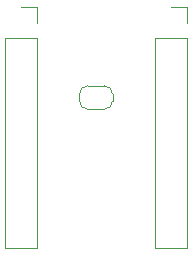
<source format=gbr>
G04 #@! TF.GenerationSoftware,KiCad,Pcbnew,(5.1.4)-1*
G04 #@! TF.CreationDate,2020-11-09T21:53:22-05:00*
G04 #@! TF.ProjectId,ft221x,66743232-3178-42e6-9b69-6361645f7063,2020-02*
G04 #@! TF.SameCoordinates,Original*
G04 #@! TF.FileFunction,Legend,Bot*
G04 #@! TF.FilePolarity,Positive*
%FSLAX46Y46*%
G04 Gerber Fmt 4.6, Leading zero omitted, Abs format (unit mm)*
G04 Created by KiCad (PCBNEW (5.1.4)-1) date 2020-11-09 21:53:22*
%MOMM*%
%LPD*%
G04 APERTURE LIST*
%ADD10C,0.120000*%
%ADD11C,0.100000*%
%ADD12O,1.802000X1.802000*%
%ADD13R,1.802000X1.802000*%
%ADD14C,1.102000*%
%ADD15C,0.500000*%
%ADD16O,1.302000X2.002000*%
%ADD17C,1.552000*%
G04 APERTURE END LIST*
D10*
X28510000Y-39100000D02*
X29910000Y-39100000D01*
X30610000Y-38400000D02*
X30610000Y-37800000D01*
X29910000Y-37100000D02*
X28510000Y-37100000D01*
X27810000Y-37800000D02*
X27810000Y-38400000D01*
X27810000Y-38400000D02*
G75*
G03X28510000Y-39100000I700000J0D01*
G01*
X28510000Y-37100000D02*
G75*
G03X27810000Y-37800000I0J-700000D01*
G01*
X30610000Y-37800000D02*
G75*
G03X29910000Y-37100000I-700000J0D01*
G01*
X29910000Y-39100000D02*
G75*
G03X30610000Y-38400000I0J700000D01*
G01*
X36890000Y-30420000D02*
X35560000Y-30420000D01*
X36890000Y-31750000D02*
X36890000Y-30420000D01*
X36890000Y-33020000D02*
X34230000Y-33020000D01*
X34230000Y-33020000D02*
X34230000Y-50860000D01*
X36890000Y-33020000D02*
X36890000Y-50860000D01*
X36890000Y-50860000D02*
X34230000Y-50860000D01*
X24190000Y-30420000D02*
X22860000Y-30420000D01*
X24190000Y-31750000D02*
X24190000Y-30420000D01*
X24190000Y-33020000D02*
X21530000Y-33020000D01*
X21530000Y-33020000D02*
X21530000Y-50860000D01*
X24190000Y-33020000D02*
X24190000Y-50860000D01*
X24190000Y-50860000D02*
X21530000Y-50860000D01*
%LPC*%
D11*
X30595714Y-48401428D02*
X30367142Y-48401428D01*
X30510000Y-48801428D02*
X30510000Y-48287142D01*
X30481428Y-48230000D01*
X30424285Y-48201428D01*
X30367142Y-48201428D01*
X30252857Y-48401428D02*
X30024285Y-48401428D01*
X30167142Y-48201428D02*
X30167142Y-48715714D01*
X30138571Y-48772857D01*
X30081428Y-48801428D01*
X30024285Y-48801428D01*
X29852857Y-48258571D02*
X29824285Y-48230000D01*
X29767142Y-48201428D01*
X29624285Y-48201428D01*
X29567142Y-48230000D01*
X29538571Y-48258571D01*
X29510000Y-48315714D01*
X29510000Y-48372857D01*
X29538571Y-48458571D01*
X29881428Y-48801428D01*
X29510000Y-48801428D01*
X29281428Y-48258571D02*
X29252857Y-48230000D01*
X29195714Y-48201428D01*
X29052857Y-48201428D01*
X28995714Y-48230000D01*
X28967142Y-48258571D01*
X28938571Y-48315714D01*
X28938571Y-48372857D01*
X28967142Y-48458571D01*
X29310000Y-48801428D01*
X28938571Y-48801428D01*
X28367142Y-48801428D02*
X28710000Y-48801428D01*
X28538571Y-48801428D02*
X28538571Y-48201428D01*
X28595714Y-48287142D01*
X28652857Y-48344285D01*
X28710000Y-48372857D01*
X28167142Y-48801428D02*
X27852857Y-48401428D01*
X28167142Y-48401428D02*
X27852857Y-48801428D01*
X31181428Y-49258571D02*
X31152857Y-49230000D01*
X31095714Y-49201428D01*
X30952857Y-49201428D01*
X30895714Y-49230000D01*
X30867142Y-49258571D01*
X30838571Y-49315714D01*
X30838571Y-49372857D01*
X30867142Y-49458571D01*
X31210000Y-49801428D01*
X30838571Y-49801428D01*
X30467142Y-49201428D02*
X30410000Y-49201428D01*
X30352857Y-49230000D01*
X30324285Y-49258571D01*
X30295714Y-49315714D01*
X30267142Y-49430000D01*
X30267142Y-49572857D01*
X30295714Y-49687142D01*
X30324285Y-49744285D01*
X30352857Y-49772857D01*
X30410000Y-49801428D01*
X30467142Y-49801428D01*
X30524285Y-49772857D01*
X30552857Y-49744285D01*
X30581428Y-49687142D01*
X30610000Y-49572857D01*
X30610000Y-49430000D01*
X30581428Y-49315714D01*
X30552857Y-49258571D01*
X30524285Y-49230000D01*
X30467142Y-49201428D01*
X30038571Y-49258571D02*
X30010000Y-49230000D01*
X29952857Y-49201428D01*
X29810000Y-49201428D01*
X29752857Y-49230000D01*
X29724285Y-49258571D01*
X29695714Y-49315714D01*
X29695714Y-49372857D01*
X29724285Y-49458571D01*
X30067142Y-49801428D01*
X29695714Y-49801428D01*
X29324285Y-49201428D02*
X29267142Y-49201428D01*
X29210000Y-49230000D01*
X29181428Y-49258571D01*
X29152857Y-49315714D01*
X29124285Y-49430000D01*
X29124285Y-49572857D01*
X29152857Y-49687142D01*
X29181428Y-49744285D01*
X29210000Y-49772857D01*
X29267142Y-49801428D01*
X29324285Y-49801428D01*
X29381428Y-49772857D01*
X29410000Y-49744285D01*
X29438571Y-49687142D01*
X29467142Y-49572857D01*
X29467142Y-49430000D01*
X29438571Y-49315714D01*
X29410000Y-49258571D01*
X29381428Y-49230000D01*
X29324285Y-49201428D01*
X28867142Y-49572857D02*
X28410000Y-49572857D01*
X28010000Y-49201428D02*
X27952857Y-49201428D01*
X27895714Y-49230000D01*
X27867142Y-49258571D01*
X27838571Y-49315714D01*
X27810000Y-49430000D01*
X27810000Y-49572857D01*
X27838571Y-49687142D01*
X27867142Y-49744285D01*
X27895714Y-49772857D01*
X27952857Y-49801428D01*
X28010000Y-49801428D01*
X28067142Y-49772857D01*
X28095714Y-49744285D01*
X28124285Y-49687142D01*
X28152857Y-49572857D01*
X28152857Y-49430000D01*
X28124285Y-49315714D01*
X28095714Y-49258571D01*
X28067142Y-49230000D01*
X28010000Y-49201428D01*
X27238571Y-49801428D02*
X27581428Y-49801428D01*
X27410000Y-49801428D02*
X27410000Y-49201428D01*
X27467142Y-49287142D01*
X27524285Y-49344285D01*
X27581428Y-49372857D01*
X31524285Y-50401428D02*
X31295714Y-50401428D01*
X31438571Y-50801428D02*
X31438571Y-50287142D01*
X31410000Y-50230000D01*
X31352857Y-50201428D01*
X31295714Y-50201428D01*
X31010000Y-50801428D02*
X31067142Y-50772857D01*
X31095714Y-50744285D01*
X31124285Y-50687142D01*
X31124285Y-50515714D01*
X31095714Y-50458571D01*
X31067142Y-50430000D01*
X31010000Y-50401428D01*
X30924285Y-50401428D01*
X30867142Y-50430000D01*
X30838571Y-50458571D01*
X30810000Y-50515714D01*
X30810000Y-50687142D01*
X30838571Y-50744285D01*
X30867142Y-50772857D01*
X30924285Y-50801428D01*
X31010000Y-50801428D01*
X30295714Y-50401428D02*
X30295714Y-50801428D01*
X30552857Y-50401428D02*
X30552857Y-50715714D01*
X30524285Y-50772857D01*
X30467142Y-50801428D01*
X30381428Y-50801428D01*
X30324285Y-50772857D01*
X30295714Y-50744285D01*
X30010000Y-50801428D02*
X30010000Y-50401428D01*
X30010000Y-50515714D02*
X29981428Y-50458571D01*
X29952857Y-50430000D01*
X29895714Y-50401428D01*
X29838571Y-50401428D01*
X29667142Y-50772857D02*
X29610000Y-50801428D01*
X29495714Y-50801428D01*
X29438571Y-50772857D01*
X29410000Y-50715714D01*
X29410000Y-50687142D01*
X29438571Y-50630000D01*
X29495714Y-50601428D01*
X29581428Y-50601428D01*
X29638571Y-50572857D01*
X29667142Y-50515714D01*
X29667142Y-50487142D01*
X29638571Y-50430000D01*
X29581428Y-50401428D01*
X29495714Y-50401428D01*
X29438571Y-50430000D01*
X29152857Y-50801428D02*
X29152857Y-50401428D01*
X29152857Y-50201428D02*
X29181428Y-50230000D01*
X29152857Y-50258571D01*
X29124285Y-50230000D01*
X29152857Y-50201428D01*
X29152857Y-50258571D01*
X28610000Y-50801428D02*
X28610000Y-50201428D01*
X28610000Y-50772857D02*
X28667142Y-50801428D01*
X28781428Y-50801428D01*
X28838571Y-50772857D01*
X28867142Y-50744285D01*
X28895714Y-50687142D01*
X28895714Y-50515714D01*
X28867142Y-50458571D01*
X28838571Y-50430000D01*
X28781428Y-50401428D01*
X28667142Y-50401428D01*
X28610000Y-50430000D01*
X28095714Y-50772857D02*
X28152857Y-50801428D01*
X28267142Y-50801428D01*
X28324285Y-50772857D01*
X28352857Y-50715714D01*
X28352857Y-50487142D01*
X28324285Y-50430000D01*
X28267142Y-50401428D01*
X28152857Y-50401428D01*
X28095714Y-50430000D01*
X28067142Y-50487142D01*
X28067142Y-50544285D01*
X28352857Y-50601428D01*
X27810000Y-50744285D02*
X27781428Y-50772857D01*
X27810000Y-50801428D01*
X27838571Y-50772857D01*
X27810000Y-50744285D01*
X27810000Y-50801428D01*
X27524285Y-50801428D02*
X27524285Y-50401428D01*
X27524285Y-50201428D02*
X27552857Y-50230000D01*
X27524285Y-50258571D01*
X27495714Y-50230000D01*
X27524285Y-50201428D01*
X27524285Y-50258571D01*
X27152857Y-50801428D02*
X27210000Y-50772857D01*
X27238571Y-50744285D01*
X27267142Y-50687142D01*
X27267142Y-50515714D01*
X27238571Y-50458571D01*
X27210000Y-50430000D01*
X27152857Y-50401428D01*
X27067142Y-50401428D01*
X27010000Y-50430000D01*
X26981428Y-50458571D01*
X26952857Y-50515714D01*
X26952857Y-50687142D01*
X26981428Y-50744285D01*
X27010000Y-50772857D01*
X27067142Y-50801428D01*
X27152857Y-50801428D01*
D12*
X35560000Y-27940000D03*
X33020000Y-27940000D03*
X30480000Y-27940000D03*
X27940000Y-27940000D03*
X25400000Y-27940000D03*
D13*
X22860000Y-27940000D03*
D14*
X24892000Y-41402000D03*
D15*
X28560000Y-38100000D03*
D11*
G36*
X29069950Y-37299980D02*
G01*
X29079517Y-37302882D01*
X29088334Y-37307595D01*
X29096062Y-37313938D01*
X29102405Y-37321666D01*
X29107118Y-37330483D01*
X29110020Y-37340050D01*
X29111000Y-37350000D01*
X29111000Y-38850000D01*
X29110020Y-38859950D01*
X29107118Y-38869517D01*
X29102405Y-38878334D01*
X29096062Y-38886062D01*
X29088334Y-38892405D01*
X29079517Y-38897118D01*
X29069950Y-38900020D01*
X29060000Y-38901000D01*
X28560000Y-38901000D01*
X28553888Y-38900398D01*
X28535466Y-38900398D01*
X28530467Y-38900152D01*
X28481636Y-38895342D01*
X28476686Y-38894608D01*
X28428561Y-38885036D01*
X28423705Y-38883820D01*
X28376750Y-38869576D01*
X28372039Y-38867890D01*
X28326706Y-38849113D01*
X28322180Y-38846973D01*
X28278907Y-38823842D01*
X28274616Y-38821269D01*
X28233817Y-38794009D01*
X28229796Y-38791027D01*
X28191867Y-38759899D01*
X28188159Y-38756538D01*
X28153462Y-38721841D01*
X28150101Y-38718133D01*
X28118973Y-38680204D01*
X28115991Y-38676183D01*
X28088731Y-38635384D01*
X28086158Y-38631093D01*
X28063027Y-38587820D01*
X28060887Y-38583294D01*
X28042110Y-38537961D01*
X28040424Y-38533250D01*
X28026180Y-38486295D01*
X28024964Y-38481439D01*
X28015392Y-38433314D01*
X28014658Y-38428364D01*
X28009848Y-38379533D01*
X28009602Y-38374534D01*
X28009602Y-38356112D01*
X28009000Y-38350000D01*
X28009000Y-37850000D01*
X28009602Y-37843888D01*
X28009602Y-37825466D01*
X28009848Y-37820467D01*
X28014658Y-37771636D01*
X28015392Y-37766686D01*
X28024964Y-37718561D01*
X28026180Y-37713705D01*
X28040424Y-37666750D01*
X28042110Y-37662039D01*
X28060887Y-37616706D01*
X28063027Y-37612180D01*
X28086158Y-37568907D01*
X28088731Y-37564616D01*
X28115991Y-37523817D01*
X28118973Y-37519796D01*
X28150101Y-37481867D01*
X28153462Y-37478159D01*
X28188159Y-37443462D01*
X28191867Y-37440101D01*
X28229796Y-37408973D01*
X28233817Y-37405991D01*
X28274616Y-37378731D01*
X28278907Y-37376158D01*
X28322180Y-37353027D01*
X28326706Y-37350887D01*
X28372039Y-37332110D01*
X28376750Y-37330424D01*
X28423705Y-37316180D01*
X28428561Y-37314964D01*
X28476686Y-37305392D01*
X28481636Y-37304658D01*
X28530467Y-37299848D01*
X28535466Y-37299602D01*
X28553888Y-37299602D01*
X28560000Y-37299000D01*
X29060000Y-37299000D01*
X29069950Y-37299980D01*
X29069950Y-37299980D01*
G37*
D15*
X29860000Y-38100000D03*
D11*
G36*
X29866112Y-37299602D02*
G01*
X29884534Y-37299602D01*
X29889533Y-37299848D01*
X29938364Y-37304658D01*
X29943314Y-37305392D01*
X29991439Y-37314964D01*
X29996295Y-37316180D01*
X30043250Y-37330424D01*
X30047961Y-37332110D01*
X30093294Y-37350887D01*
X30097820Y-37353027D01*
X30141093Y-37376158D01*
X30145384Y-37378731D01*
X30186183Y-37405991D01*
X30190204Y-37408973D01*
X30228133Y-37440101D01*
X30231841Y-37443462D01*
X30266538Y-37478159D01*
X30269899Y-37481867D01*
X30301027Y-37519796D01*
X30304009Y-37523817D01*
X30331269Y-37564616D01*
X30333842Y-37568907D01*
X30356973Y-37612180D01*
X30359113Y-37616706D01*
X30377890Y-37662039D01*
X30379576Y-37666750D01*
X30393820Y-37713705D01*
X30395036Y-37718561D01*
X30404608Y-37766686D01*
X30405342Y-37771636D01*
X30410152Y-37820467D01*
X30410398Y-37825466D01*
X30410398Y-37843888D01*
X30411000Y-37850000D01*
X30411000Y-38350000D01*
X30410398Y-38356112D01*
X30410398Y-38374534D01*
X30410152Y-38379533D01*
X30405342Y-38428364D01*
X30404608Y-38433314D01*
X30395036Y-38481439D01*
X30393820Y-38486295D01*
X30379576Y-38533250D01*
X30377890Y-38537961D01*
X30359113Y-38583294D01*
X30356973Y-38587820D01*
X30333842Y-38631093D01*
X30331269Y-38635384D01*
X30304009Y-38676183D01*
X30301027Y-38680204D01*
X30269899Y-38718133D01*
X30266538Y-38721841D01*
X30231841Y-38756538D01*
X30228133Y-38759899D01*
X30190204Y-38791027D01*
X30186183Y-38794009D01*
X30145384Y-38821269D01*
X30141093Y-38823842D01*
X30097820Y-38846973D01*
X30093294Y-38849113D01*
X30047961Y-38867890D01*
X30043250Y-38869576D01*
X29996295Y-38883820D01*
X29991439Y-38885036D01*
X29943314Y-38894608D01*
X29938364Y-38895342D01*
X29889533Y-38900152D01*
X29884534Y-38900398D01*
X29866112Y-38900398D01*
X29860000Y-38901000D01*
X29360000Y-38901000D01*
X29350050Y-38900020D01*
X29340483Y-38897118D01*
X29331666Y-38892405D01*
X29323938Y-38886062D01*
X29317595Y-38878334D01*
X29312882Y-38869517D01*
X29309980Y-38859950D01*
X29309000Y-38850000D01*
X29309000Y-37350000D01*
X29309980Y-37340050D01*
X29312882Y-37330483D01*
X29317595Y-37321666D01*
X29323938Y-37313938D01*
X29331666Y-37307595D01*
X29340483Y-37302882D01*
X29350050Y-37299980D01*
X29360000Y-37299000D01*
X29860000Y-37299000D01*
X29866112Y-37299602D01*
X29866112Y-37299602D01*
G37*
D12*
X35560000Y-49530000D03*
X35560000Y-46990000D03*
X35560000Y-44450000D03*
X35560000Y-41910000D03*
X35560000Y-39370000D03*
X35560000Y-36830000D03*
X35560000Y-34290000D03*
D13*
X35560000Y-31750000D03*
D12*
X22860000Y-49530000D03*
X22860000Y-46990000D03*
X22860000Y-44450000D03*
X22860000Y-41910000D03*
X22860000Y-39370000D03*
X22860000Y-36830000D03*
X22860000Y-34290000D03*
D13*
X22860000Y-31750000D03*
D16*
X32710000Y-50767500D03*
X25710000Y-50767500D03*
D17*
X31710000Y-48067500D03*
X26710000Y-48067500D03*
M02*

</source>
